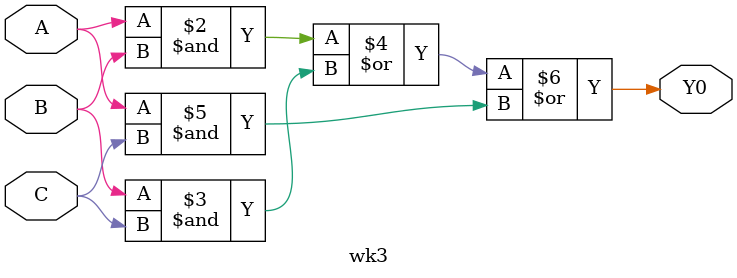
<source format=v>


module wk3(
    input wire A,B,C,
    output reg Y0
    );
always @(*)begin
    Y0=(A&B)|(B&C)|(A&C);
end
endmodule

</source>
